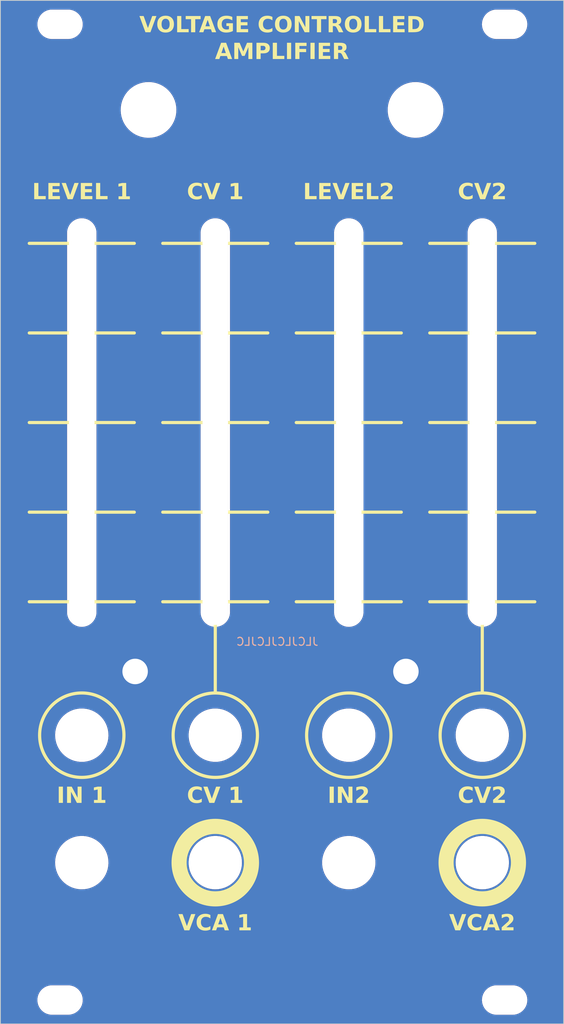
<source format=kicad_pcb>
(kicad_pcb (version 20221018) (generator pcbnew)
  (layers (0 "F.Cu" signal) (31 "B.Cu" signal) (34 "B.Paste" user) (35 "F.Paste" user) (36 "B.SilkS" user "B.Silkscreen") (37 "F.SilkS" user "F.Silkscreen") (38 "B.Mask" user) (39 "F.Mask" user) (44 "Edge.Cuts" user))
  (net 0 "")
  (footprint "Dans_Eurorack:Mounting_Hole_6.2mm_Thonkiconn_Input_Round" (layer "F.Cu") (at 74.83 128)
    (fp_text reference "REF**" hide)
    (fp_text value "Mounting_Hole_6.2mm_Thonkiconn_Input_Round" hide)
    (fp_text user "IN 1" (at 0 6.5 unlocked) (layer "F.SilkS") (effects (font (size 2 2) (thickness 0.1)) (justify top)))
    (fp_circle (center 0 0) (end 5.3 0) (stroke (width 0.4)) (fill none) (layer "F.SilkS"))
    (pad "" np_thru_hole circle (at 0 0) (size 6.2 6.2) (drill 6.2) (layers "F&B.Cu" "*.Mask"))
  )
  (footprint "Dans_Eurorack:Fader_Slot_3.2x45mm" (layer "F.Cu") (at 108.39 88.75)
    (fp_text reference "REF**" hide)
    (fp_text value "Fader_Slot_3.2x45mm" hide)
    (fp_text user "LEVEL2" (at 0 -27.7 unlocked) (layer "F.SilkS") (effects (font (size 2 2) (thickness 0.1)) (justify bottom)))
    (fp_line (start -6.6 -22.5) (end -1.6 -22.5) (stroke (width 0.4)) (layer "F.SilkS"))
    (fp_line (start -6.6 -11.25) (end -1.6 -11.25) (stroke (width 0.4)) (layer "F.SilkS"))
    (fp_line (start -6.6 0) (end -1.6 0) (stroke (width 0.4)) (layer "F.SilkS"))
    (fp_line (start -6.6 11.25) (end -1.6 11.25) (stroke (width 0.4)) (layer "F.SilkS"))
    (fp_line (start -6.6 22.5) (end -1.6 22.5) (stroke (width 0.4)) (layer "F.SilkS"))
    (fp_line (start 1.6 -22.5) (end 6.6 -22.5) (stroke (width 0.4)) (layer "F.SilkS"))
    (fp_line (start 1.6 -11.25) (end 6.6 -11.25) (stroke (width 0.4)) (layer "F.SilkS"))
    (fp_line (start 1.6 0) (end 6.6 0) (stroke (width 0.4)) (layer "F.SilkS"))
    (fp_line (start 1.6 11.25) (end 6.6 11.25) (stroke (width 0.4)) (layer "F.SilkS"))
    (fp_line (start 1.6 22.5) (end 6.6 22.5) (stroke (width 0.4)) (layer "F.SilkS"))
    (pad "" np_thru_hole oval (at 0 0) (size 3.2 50.8) (drill oval 3.2 50.8) (layers "F&B.Cu" "*.Mask"))
  )
  (footprint "Dans_Eurorack:Mounting_Hole_6.2mm_Thonkiconn_Input_Round" (layer "F.Cu") (at 125.17 128)
    (fp_text reference "REF**" hide)
    (fp_text value "Mounting_Hole_6.2mm_Thonkiconn_Input_Round" hide)
    (fp_text user "CV2" (at 0 6.5 unlocked) (layer "F.SilkS") (effects (font (size 2 2) (thickness 0.1)) (justify top)))
    (fp_circle (center 0 0) (end 5.3 0) (stroke (width 0.4)) (fill none) (layer "F.SilkS"))
    (pad "" np_thru_hole circle (at 0 0) (size 6.2 6.2) (drill 6.2) (layers "F&B.Cu" "*.Mask"))
  )
  (footprint "Dans_Eurorack:Mounting_Slot_3.2x5.2mm" (layer "F.Cu") (at 72.1 38.75)
    (fp_text reference "REF**" hide)
    (fp_text value "Mounting_Slot_3.2x5.2mm" hide)
    (pad "" np_thru_hole oval (at 0 0) (size 5.2 3.2) (drill oval 5.2 3.2) (layers "F&B.Cu" "*.Mask"))
  )
  (footprint "Dans_Eurorack:Fader_Slot_3.2x45mm" (layer "F.Cu") (at 74.83 88.75)
    (fp_text reference "REF**" hide)
    (fp_text value "Fader_Slot_3.2x45mm" hide)
    (fp_text user "LEVEL 1" (at 0 -27.7 unlocked) (layer "F.SilkS") (effects (font (size 2 2) (thickness 0.1)) (justify bottom)))
    (fp_line (start -6.6 -22.5) (end -1.6 -22.5) (stroke (width 0.4)) (layer "F.SilkS"))
    (fp_line (start -6.6 -11.25) (end -1.6 -11.25) (stroke (width 0.4)) (layer "F.SilkS"))
    (fp_line (start -6.6 0) (end -1.6 0) (stroke (width 0.4)) (layer "F.SilkS"))
    (fp_line (start -6.6 11.25) (end -1.6 11.25) (stroke (width 0.4)) (layer "F.SilkS"))
    (fp_line (start -6.6 22.5) (end -1.6 22.5) (stroke (width 0.4)) (layer "F.SilkS"))
    (fp_line (start 1.6 -22.5) (end 6.6 -22.5) (stroke (width 0.4)) (layer "F.SilkS"))
    (fp_line (start 1.6 -11.25) (end 6.6 -11.25) (stroke (width 0.4)) (layer "F.SilkS"))
    (fp_line (start 1.6 0) (end 6.6 0) (stroke (width 0.4)) (layer "F.SilkS"))
    (fp_line (start 1.6 11.25) (end 6.6 11.25) (stroke (width 0.4)) (layer "F.SilkS"))
    (fp_line (start 1.6 22.5) (end 6.6 22.5) (stroke (width 0.4)) (layer "F.SilkS"))
    (pad "" np_thru_hole oval (at 0 0) (size 3.2 50.8) (drill oval 3.2 50.8) (layers "F&B.Cu" "*.Mask"))
  )
  (footprint "MountingHole:MountingHole_3.2mm_M3" (layer "F.Cu") (at 81.534 120)
    (fp_text reference "REF**" hide)
    (fp_text value "MountingHole_3.2mm_M3" hide)
    (pad "" np_thru_hole circle (at 0 0) (size 3.2 3.2) (drill 3.2) (layers "F&B.Cu" "*.Mask"))
  )
  (footprint "Dans_Eurorack:Mounting_Slot_3.2x5.2mm" (layer "F.Cu") (at 127.98 161.25)
    (fp_text reference "REF**" hide)
    (fp_text value "Mounting_Slot_3.2x5.2mm" hide)
    (pad "" np_thru_hole oval (at 0 0) (size 5.2 3.2) (drill oval 5.2 3.2) (layers "F&B.Cu" "*.Mask"))
  )
  (footprint "Dans_Eurorack:Mounting_Hole_6.2mm_Thonkiconn_Output_Round" (layer "F.Cu") (at 125.17 144)
    (fp_text reference "REF**" hide)
    (fp_text value "Mounting_Hole_6.2mm_Thonkiconn_Output_Round" hide)
    (fp_text user "VCA2" (at 0 6.5 unlocked) (layer "F.SilkS") (effects (font (size 2 2) (thickness 0.1)) (justify top)))
    (fp_circle (center 0 0) (end 4.55 0) (stroke (width 1.9)) (fill none) (layer "F.SilkS"))
    (pad "" np_thru_hole circle (at 0 0) (size 6.2 6.2) (drill 6.2) (layers "F&B.Cu" "*.Mask"))
  )
  (footprint "Dans_Eurorack:Mounting_Hole_6.2mm_Thonkiconn_Input_Round" (layer "F.Cu") (at 108.39 128)
    (fp_text reference "REF**" hide)
    (fp_text value "Mounting_Hole_6.2mm_Thonkiconn_Input_Round" hide)
    (fp_text user "IN2" (at 0 6.5 unlocked) (layer "F.SilkS") (effects (font (size 2 2) (thickness 0.1)) (justify top)))
    (fp_circle (center 0 0) (end 5.3 0) (stroke (width 0.4)) (fill none) (layer "F.SilkS"))
    (pad "" np_thru_hole circle (at 0 0) (size 6.2 6.2) (drill 6.2) (layers "F&B.Cu" "*.Mask"))
  )
  (footprint "Dans_Eurorack:Fader_Slot_3.2x45mm" (layer "F.Cu") (at 125.17 88.75)
    (fp_text reference "REF**" hide)
    (fp_text value "Fader_Slot_3.2x45mm" hide)
    (fp_text user "CV2" (at 0 -27.7 unlocked) (layer "F.SilkS") (effects (font (size 2 2) (thickness 0.1)) (justify bottom)))
    (fp_line (start -6.6 -22.5) (end -1.6 -22.5) (stroke (width 0.4)) (layer "F.SilkS"))
    (fp_line (start -6.6 -11.25) (end -1.6 -11.25) (stroke (width 0.4)) (layer "F.SilkS"))
    (fp_line (start -6.6 0) (end -1.6 0) (stroke (width 0.4)) (layer "F.SilkS"))
    (fp_line (start -6.6 11.25) (end -1.6 11.25) (stroke (width 0.4)) (layer "F.SilkS"))
    (fp_line (start -6.6 22.5) (end -1.6 22.5) (stroke (width 0.4)) (layer "F.SilkS"))
    (fp_line (start 1.6 -22.5) (end 6.6 -22.5) (stroke (width 0.4)) (layer "F.SilkS"))
    (fp_line (start 1.6 -11.25) (end 6.6 -11.25) (stroke (width 0.4)) (layer "F.SilkS"))
    (fp_line (start 1.6 0) (end 6.6 0) (stroke (width 0.4)) (layer "F.SilkS"))
    (fp_line (start 1.6 11.25) (end 6.6 11.25) (stroke (width 0.4)) (layer "F.SilkS"))
    (fp_line (start 1.6 22.5) (end 6.6 22.5) (stroke (width 0.4)) (layer "F.SilkS"))
    (pad "" np_thru_hole oval (at 0 0) (size 3.2 50.8) (drill oval 3.2 50.8) (layers "F&B.Cu" "*.Mask"))
  )
  (footprint "Dans_Eurorack:Mounting_Hole_6.2mm_Thonkiconn_Input_Round" (layer "F.Cu") (at 91.61 128)
    (fp_text reference "REF**" hide)
    (fp_text value "Mounting_Hole_6.2mm_Thonkiconn_Input_Round" hide)
    (fp_text user "CV 1" (at 0 6.5 unlocked) (layer "F.SilkS") (effects (font (size 2 2) (thickness 0.1)) (justify top)))
    (fp_circle (center 0 0) (end 5.3 0) (stroke (width 0.4)) (fill none) (layer "F.SilkS"))
    (pad "" np_thru_hole circle (at 0 0) (size 6.2 6.2) (drill 6.2) (layers "F&B.Cu" "*.Mask"))
  )
  (footprint "Dans_Eurorack:Fader_Slot_3.2x45mm" (layer "F.Cu") (at 91.61 88.75)
    (fp_text reference "REF**" hide)
    (fp_text value "Fader_Slot_3.2x45mm" hide)
    (fp_text user "CV 1" (at 0 -27.7 unlocked) (layer "F.SilkS") (effects (font (size 2 2) (thickness 0.1)) (justify bottom)))
    (fp_line (start -6.6 -22.5) (end -1.6 -22.5) (stroke (width 0.4)) (layer "F.SilkS"))
    (fp_line (start -6.6 -11.25) (end -1.6 -11.25) (stroke (width 0.4)) (layer "F.SilkS"))
    (fp_line (start -6.6 0) (end -1.6 0) (stroke (width 0.4)) (layer "F.SilkS"))
    (fp_line (start -6.6 11.25) (end -1.6 11.25) (stroke (width 0.4)) (layer "F.SilkS"))
    (fp_line (start -6.6 22.5) (end -1.6 22.5) (stroke (width 0.4)) (layer "F.SilkS"))
    (fp_line (start 1.6 -22.5) (end 6.6 -22.5) (stroke (width 0.4)) (layer "F.SilkS"))
    (fp_line (start 1.6 -11.25) (end 6.6 -11.25) (stroke (width 0.4)) (layer "F.SilkS"))
    (fp_line (start 1.6 0) (end 6.6 0) (stroke (width 0.4)) (layer "F.SilkS"))
    (fp_line (start 1.6 11.25) (end 6.6 11.25) (stroke (width 0.4)) (layer "F.SilkS"))
    (fp_line (start 1.6 22.5) (end 6.6 22.5) (stroke (width 0.4)) (layer "F.SilkS"))
    (pad "" np_thru_hole oval (at 0 0) (size 3.2 50.8) (drill oval 3.2 50.8) (layers "F&B.Cu" "*.Mask"))
  )
  (footprint "Dans_Eurorack:Mounting_Slot_3.2x5.2mm" (layer "F.Cu") (at 127.98 38.75)
    (fp_text reference "REF**" hide)
    (fp_text value "Mounting_Slot_3.2x5.2mm" hide)
    (pad "" np_thru_hole oval (at 0 0) (size 5.2 3.2) (drill oval 5.2 3.2) (layers "F&B.Cu" "*.Mask"))
  )
  (footprint "MountingHole:MountingHole_3.2mm_M3" (layer "F.Cu") (at 83.22 49.5)
    (fp_text reference "REF**" hide)
    (fp_text value "MountingHole_3.2mm_M3" hide)
    (pad "" np_thru_hole circle (at 0 0) (size 3.2 3.2) (drill 3.2) (layers "*.Cu" "*.Mask"))
  )
  (footprint "MountingHole:MountingHole_3.2mm_M3" (layer "F.Cu") (at 116.78 49.5)
    (fp_text reference "REF**" hide)
    (fp_text value "MountingHole_3.2mm_M3" hide)
    (pad "" np_thru_hole circle (at 0 0) (size 3.2 3.2) (drill 3.2) (layers "*.Cu" "*.Mask"))
  )
  (footprint "Dans_Eurorack:Mounting_Hole_6.2mm_Thonkiconn_Output_Round" (layer "F.Cu") (at 91.61 144)
    (fp_text reference "REF**" hide)
    (fp_text value "Mounting_Hole_6.2mm_Thonkiconn_Output_Round" hide)
    (fp_text user "VCA 1" (at 0 6.5 unlocked) (layer "F.SilkS") (effects (font (size 2 2) (thickness 0.1)) (justify top)))
    (fp_circle (center 0 0) (end 4.55 0) (stroke (width 1.9)) (fill none) (layer "F.SilkS"))
    (pad "" np_thru_hole circle (at 0 0) (size 6.2 6.2) (drill 6.2) (layers "F&B.Cu" "*.Mask"))
  )
  (footprint "Dans_Eurorack:Mounting_Slot_3.2x5.2mm" (layer "F.Cu") (at 72.1 161.25)
    (fp_text reference "REF**" hide)
    (fp_text value "Mounting_Slot_3.2x5.2mm" hide)
    (pad "" np_thru_hole oval (at 0 0) (size 5.2 3.2) (drill oval 5.2 3.2) (layers "F&B.Cu" "*.Mask"))
  )
  (footprint "MountingHole:MountingHole_3.2mm_M3" (layer "F.Cu") (at 115.57 120)
    (fp_text reference "REF**" hide)
    (fp_text value "MountingHole_3.2mm_M3" hide)
    (pad "" np_thru_hole circle (at 0 0) (size 3.2 3.2) (drill 3.2) (layers "F&B.Cu" "*.Mask"))
  )
  (gr_line (start 91.61 114.15) (end 91.61 122.5) (stroke (width 0.4)) (layer "F.SilkS"))
  (gr_line (start 125.17 114.15) (end 125.17 122.5) (stroke (width 0.4)) (layer "F.SilkS"))
  (gr_rect (start 64.6 35.75) (end 135.4 164.25) (stroke (width 0.1)) (fill none) (layer "Edge.Cuts"))
  (gr_text "JLCJLCJLCJLC" (at 104.648 116.84) (layer "B.SilkS") (effects (font (size 1 1)) (justify left bottom mirror)))
  (gr_text "VOLTAGE CONTROLLED\nAMPLIFIER" (at 100 37.75) (layer "F.SilkS") (effects (font (size 2 2) (thickness 0.375)) (justify top)))
  (zone (net 0) (net_name "") (layers "F&B.Cu") (connect_pads (clearance 0)) (min_thickness 0.25) (fill yes (thermal_gap 0.5) (thermal_bridge_width 0.5) (island_removal_mode 1) (island_area_min 10))
    (polygon (pts (xy 64.6 35.75) (xy 135.4 35.75) (xy 135.4 164.25) (xy 64.6 164.25)))
  )
)
</source>
